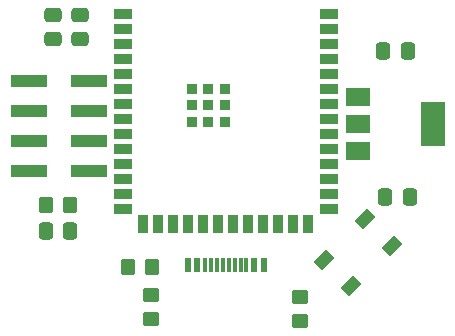
<source format=gbr>
%TF.GenerationSoftware,KiCad,Pcbnew,(6.0.4)*%
%TF.CreationDate,2023-03-23T02:18:42+01:00*%
%TF.ProjectId,FabLight,4661624c-6967-4687-942e-6b696361645f,rev?*%
%TF.SameCoordinates,Original*%
%TF.FileFunction,Paste,Top*%
%TF.FilePolarity,Positive*%
%FSLAX46Y46*%
G04 Gerber Fmt 4.6, Leading zero omitted, Abs format (unit mm)*
G04 Created by KiCad (PCBNEW (6.0.4)) date 2023-03-23 02:18:42*
%MOMM*%
%LPD*%
G01*
G04 APERTURE LIST*
G04 Aperture macros list*
%AMRoundRect*
0 Rectangle with rounded corners*
0 $1 Rounding radius*
0 $2 $3 $4 $5 $6 $7 $8 $9 X,Y pos of 4 corners*
0 Add a 4 corners polygon primitive as box body*
4,1,4,$2,$3,$4,$5,$6,$7,$8,$9,$2,$3,0*
0 Add four circle primitives for the rounded corners*
1,1,$1+$1,$2,$3*
1,1,$1+$1,$4,$5*
1,1,$1+$1,$6,$7*
1,1,$1+$1,$8,$9*
0 Add four rect primitives between the rounded corners*
20,1,$1+$1,$2,$3,$4,$5,0*
20,1,$1+$1,$4,$5,$6,$7,0*
20,1,$1+$1,$6,$7,$8,$9,0*
20,1,$1+$1,$8,$9,$2,$3,0*%
%AMRotRect*
0 Rectangle, with rotation*
0 The origin of the aperture is its center*
0 $1 length*
0 $2 width*
0 $3 Rotation angle, in degrees counterclockwise*
0 Add horizontal line*
21,1,$1,$2,0,0,$3*%
G04 Aperture macros list end*
%ADD10RotRect,1.500000X1.000000X45.000000*%
%ADD11RoundRect,0.250000X0.350000X0.450000X-0.350000X0.450000X-0.350000X-0.450000X0.350000X-0.450000X0*%
%ADD12R,2.000000X1.500000*%
%ADD13R,2.000000X3.800000*%
%ADD14RoundRect,0.250000X-0.337500X-0.475000X0.337500X-0.475000X0.337500X0.475000X-0.337500X0.475000X0*%
%ADD15RoundRect,0.250000X-0.450000X0.350000X-0.450000X-0.350000X0.450000X-0.350000X0.450000X0.350000X0*%
%ADD16R,3.150000X1.000000*%
%ADD17RoundRect,0.250000X0.475000X-0.337500X0.475000X0.337500X-0.475000X0.337500X-0.475000X-0.337500X0*%
%ADD18R,1.500000X0.900000*%
%ADD19R,0.900000X1.500000*%
%ADD20R,0.900000X0.900000*%
%ADD21R,0.600000X1.150000*%
%ADD22R,0.300000X1.150000*%
%ADD23RoundRect,0.250000X0.337500X0.475000X-0.337500X0.475000X-0.337500X-0.475000X0.337500X-0.475000X0*%
G04 APERTURE END LIST*
D10*
%TO.C,D1*%
X46464606Y-49722538D03*
X48727347Y-51985279D03*
X52192170Y-48520456D03*
X49929429Y-46257715D03*
%TD*%
D11*
%TO.C,R2*%
X31866981Y-50323320D03*
X29866981Y-50323320D03*
%TD*%
D12*
%TO.C,U1*%
X49343265Y-35931714D03*
D13*
X55643265Y-38231714D03*
D12*
X49343265Y-38231714D03*
X49343265Y-40531714D03*
%TD*%
D14*
%TO.C,C3*%
X22870384Y-47267118D03*
X24945384Y-47267118D03*
%TD*%
D15*
%TO.C,R3*%
X31753035Y-52722396D03*
X31753035Y-54722396D03*
%TD*%
D16*
%TO.C,J7*%
X21498782Y-34578112D03*
X26548782Y-34578112D03*
X21498782Y-37118112D03*
X26548782Y-37118112D03*
X21498782Y-39658112D03*
X26548782Y-39658112D03*
X21498782Y-42198112D03*
X26548782Y-42198112D03*
%TD*%
D17*
%TO.C,C5*%
X23500158Y-31066110D03*
X23500158Y-28991110D03*
%TD*%
D18*
%TO.C,U2*%
X29378224Y-28916597D03*
X29378224Y-30186597D03*
X29378224Y-31456597D03*
X29378224Y-32726597D03*
X29378224Y-33996597D03*
X29378224Y-35266597D03*
X29378224Y-36536597D03*
X29378224Y-37806597D03*
X29378224Y-39076597D03*
X29378224Y-40346597D03*
X29378224Y-41616597D03*
X29378224Y-42886597D03*
X29378224Y-44156597D03*
X29378224Y-45426597D03*
D19*
X31143224Y-46676597D03*
X32413224Y-46676597D03*
X33683224Y-46676597D03*
X34953224Y-46676597D03*
X36223224Y-46676597D03*
X37493224Y-46676597D03*
X38763224Y-46676597D03*
X40033224Y-46676597D03*
X41303224Y-46676597D03*
X42573224Y-46676597D03*
X43843224Y-46676597D03*
X45113224Y-46676597D03*
D18*
X46878224Y-45426597D03*
X46878224Y-44156597D03*
X46878224Y-42886597D03*
X46878224Y-41616597D03*
X46878224Y-40346597D03*
X46878224Y-39076597D03*
X46878224Y-37806597D03*
X46878224Y-36536597D03*
X46878224Y-35266597D03*
X46878224Y-33996597D03*
X46878224Y-32726597D03*
X46878224Y-31456597D03*
X46878224Y-30186597D03*
X46878224Y-28916597D03*
D20*
X36628224Y-36636597D03*
X35228224Y-36636597D03*
X38028224Y-36636597D03*
X35228224Y-38036597D03*
X36628224Y-38036597D03*
X38028224Y-38036597D03*
X35228224Y-35236597D03*
X36628224Y-35236597D03*
X38028224Y-35236597D03*
%TD*%
D11*
%TO.C,R4*%
X24907884Y-45126240D03*
X22907884Y-45126240D03*
%TD*%
D21*
%TO.C,J4*%
X34918816Y-50184386D03*
X35718816Y-50184386D03*
D22*
X36868816Y-50184386D03*
X37868816Y-50184386D03*
X38368816Y-50184386D03*
X39368816Y-50184386D03*
D21*
X41318816Y-50184386D03*
X40518816Y-50184386D03*
D22*
X39868816Y-50184386D03*
X38868816Y-50184386D03*
X37368816Y-50184386D03*
X36368816Y-50184386D03*
%TD*%
D23*
%TO.C,C2*%
X53511949Y-32016463D03*
X51436949Y-32016463D03*
%TD*%
D15*
%TO.C,R1*%
X44365225Y-52904287D03*
X44365225Y-54904287D03*
%TD*%
D17*
%TO.C,C4*%
X25778618Y-31057545D03*
X25778618Y-28982545D03*
%TD*%
D14*
%TO.C,C1*%
X51628649Y-44384243D03*
X53703649Y-44384243D03*
%TD*%
M02*

</source>
